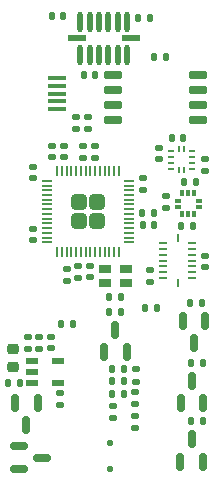
<source format=gbr>
%TF.GenerationSoftware,KiCad,Pcbnew,8.0.0*%
%TF.CreationDate,2024-10-09T20:58:18-07:00*%
%TF.ProjectId,LEO,4c454f2e-6b69-4636-9164-5f7063625858,rev?*%
%TF.SameCoordinates,Original*%
%TF.FileFunction,Paste,Bot*%
%TF.FilePolarity,Positive*%
%FSLAX46Y46*%
G04 Gerber Fmt 4.6, Leading zero omitted, Abs format (unit mm)*
G04 Created by KiCad (PCBNEW 8.0.0) date 2024-10-09 20:58:18*
%MOMM*%
%LPD*%
G01*
G04 APERTURE LIST*
G04 Aperture macros list*
%AMRoundRect*
0 Rectangle with rounded corners*
0 $1 Rounding radius*
0 $2 $3 $4 $5 $6 $7 $8 $9 X,Y pos of 4 corners*
0 Add a 4 corners polygon primitive as box body*
4,1,4,$2,$3,$4,$5,$6,$7,$8,$9,$2,$3,0*
0 Add four circle primitives for the rounded corners*
1,1,$1+$1,$2,$3*
1,1,$1+$1,$4,$5*
1,1,$1+$1,$6,$7*
1,1,$1+$1,$8,$9*
0 Add four rect primitives between the rounded corners*
20,1,$1+$1,$2,$3,$4,$5,0*
20,1,$1+$1,$4,$5,$6,$7,0*
20,1,$1+$1,$6,$7,$8,$9,0*
20,1,$1+$1,$8,$9,$2,$3,0*%
G04 Aperture macros list end*
%ADD10RoundRect,0.135000X0.185000X-0.135000X0.185000X0.135000X-0.185000X0.135000X-0.185000X-0.135000X0*%
%ADD11RoundRect,0.140000X-0.170000X0.140000X-0.170000X-0.140000X0.170000X-0.140000X0.170000X0.140000X0*%
%ADD12RoundRect,0.140000X0.170000X-0.140000X0.170000X0.140000X-0.170000X0.140000X-0.170000X-0.140000X0*%
%ADD13RoundRect,0.135000X-0.135000X-0.185000X0.135000X-0.185000X0.135000X0.185000X-0.135000X0.185000X0*%
%ADD14RoundRect,0.150000X0.150000X-0.587500X0.150000X0.587500X-0.150000X0.587500X-0.150000X-0.587500X0*%
%ADD15RoundRect,0.135000X0.135000X0.185000X-0.135000X0.185000X-0.135000X-0.185000X0.135000X-0.185000X0*%
%ADD16R,0.500000X0.300000*%
%ADD17R,0.300000X0.500000*%
%ADD18RoundRect,0.135000X-0.185000X0.135000X-0.185000X-0.135000X0.185000X-0.135000X0.185000X0.135000X0*%
%ADD19RoundRect,0.150000X0.650000X0.150000X-0.650000X0.150000X-0.650000X-0.150000X0.650000X-0.150000X0*%
%ADD20RoundRect,0.140000X-0.140000X-0.170000X0.140000X-0.170000X0.140000X0.170000X-0.140000X0.170000X0*%
%ADD21RoundRect,0.125000X-0.125000X0.125000X-0.125000X-0.125000X0.125000X-0.125000X0.125000X0.125000X0*%
%ADD22R,1.000000X0.800000*%
%ADD23RoundRect,0.249999X0.395001X0.395001X-0.395001X0.395001X-0.395001X-0.395001X0.395001X-0.395001X0*%
%ADD24RoundRect,0.050000X0.387500X0.050000X-0.387500X0.050000X-0.387500X-0.050000X0.387500X-0.050000X0*%
%ADD25RoundRect,0.050000X0.050000X0.387500X-0.050000X0.387500X-0.050000X-0.387500X0.050000X-0.387500X0*%
%ADD26RoundRect,0.150000X-0.150000X0.587500X-0.150000X-0.587500X0.150000X-0.587500X0.150000X0.587500X0*%
%ADD27RoundRect,0.225000X-0.250000X0.225000X-0.250000X-0.225000X0.250000X-0.225000X0.250000X0.225000X0*%
%ADD28R,0.800000X0.250000*%
%ADD29R,0.250000X0.800000*%
%ADD30RoundRect,0.140000X0.140000X0.170000X-0.140000X0.170000X-0.140000X-0.170000X0.140000X-0.170000X0*%
%ADD31R,1.600000X0.400000*%
%ADD32O,0.450000X1.770000*%
%ADD33R,1.550000X0.600000*%
%ADD34R,1.000000X0.600000*%
%ADD35R,0.500000X0.280000*%
%ADD36R,0.280000X0.500000*%
%ADD37RoundRect,0.150000X-0.587500X-0.150000X0.587500X-0.150000X0.587500X0.150000X-0.587500X0.150000X0*%
G04 APERTURE END LIST*
D10*
%TO.C,R18*%
X6458800Y29583000D03*
X6458800Y30603000D03*
%TD*%
D11*
%TO.C,C3*%
X4274400Y11929400D03*
X4274400Y10969400D03*
%TD*%
D12*
%TO.C,C18*%
X5417600Y27174400D03*
X5417600Y28134400D03*
%TD*%
D13*
%TO.C,R28*%
X12044800Y22422200D03*
X13064800Y22422200D03*
%TD*%
D14*
%TO.C,Q4*%
X10710800Y10664300D03*
X8810800Y10664300D03*
X9760800Y12539300D03*
%TD*%
D10*
%TO.C,R2*%
X2344000Y10914000D03*
X2344000Y11934000D03*
%TD*%
D15*
%TO.C,R13*%
X16620800Y25063800D03*
X15600800Y25063800D03*
%TD*%
%TO.C,R3*%
X6181400Y13075000D03*
X5161400Y13075000D03*
%TD*%
D12*
%TO.C,C24*%
X7043200Y27126200D03*
X7043200Y28086200D03*
%TD*%
%TO.C,C1*%
X17309593Y17879893D03*
X17309593Y18839893D03*
%TD*%
D14*
%TO.C,Q9*%
X17152200Y1391000D03*
X15252200Y1391000D03*
X16202200Y3266000D03*
%TD*%
D12*
%TO.C,C12*%
X17330000Y26031600D03*
X17330000Y26991600D03*
%TD*%
D16*
%TO.C,U3*%
X15063000Y22985000D03*
X15063000Y23485000D03*
D17*
X15433000Y24105000D03*
X15933000Y24105000D03*
X16433000Y24105000D03*
D16*
X16803000Y23485000D03*
X16803000Y22985000D03*
D17*
X16433000Y22365000D03*
X15933000Y22365000D03*
X15433000Y22365000D03*
%TD*%
D18*
%TO.C,R15*%
X7424000Y30552200D03*
X7424000Y29532200D03*
%TD*%
D19*
%TO.C,U9*%
X16713600Y34157000D03*
X16713600Y32887000D03*
X16713600Y31617000D03*
X16713600Y30347000D03*
X9513600Y30347000D03*
X9513600Y31617000D03*
X9513600Y32887000D03*
X9513600Y34157000D03*
%TD*%
D18*
%TO.C,R20*%
X11437200Y7260400D03*
X11437200Y6240400D03*
%TD*%
D10*
%TO.C,R16*%
X14028000Y22852000D03*
X14028000Y23872000D03*
%TD*%
D12*
%TO.C,C21*%
X4427000Y27151600D03*
X4427000Y28111600D03*
%TD*%
D10*
%TO.C,R1*%
X5620600Y16705200D03*
X5620600Y17725200D03*
%TD*%
D20*
%TO.C,C4*%
X15326000Y21355400D03*
X16286000Y21355400D03*
%TD*%
D21*
%TO.C,D1*%
X9329000Y2987200D03*
X9329000Y787200D03*
%TD*%
D18*
%TO.C,R24*%
X11462600Y9190800D03*
X11462600Y8170800D03*
%TD*%
D14*
%TO.C,Q5*%
X17172600Y6318600D03*
X15272600Y6318600D03*
X16222600Y8193600D03*
%TD*%
D13*
%TO.C,R17*%
X9479400Y9188800D03*
X10499400Y9188800D03*
%TD*%
D15*
%TO.C,R21*%
X10499400Y7106000D03*
X9479400Y7106000D03*
%TD*%
D11*
%TO.C,C23*%
X7573800Y17951800D03*
X7573800Y16991800D03*
%TD*%
D22*
%TO.C,X2*%
X10693400Y16529400D03*
X8893400Y16529400D03*
X8893400Y17729400D03*
X10693400Y17729400D03*
%TD*%
D11*
%TO.C,C17*%
X6611200Y17926400D03*
X6611200Y16966400D03*
%TD*%
%TO.C,C2*%
X12687500Y17596000D03*
X12687500Y16636000D03*
%TD*%
D12*
%TO.C,C16*%
X8008400Y27123600D03*
X8008400Y28083600D03*
%TD*%
D23*
%TO.C,U8*%
X8236800Y21761800D03*
X8236800Y23361800D03*
X6636800Y21761800D03*
X6636800Y23361800D03*
D24*
X10874300Y25161800D03*
X10874300Y24761800D03*
X10874300Y24361800D03*
X10874300Y23961800D03*
X10874300Y23561800D03*
X10874300Y23161800D03*
X10874300Y22761800D03*
X10874300Y22361800D03*
X10874300Y21961800D03*
X10874300Y21561800D03*
X10874300Y21161800D03*
X10874300Y20761800D03*
X10874300Y20361800D03*
X10874300Y19961800D03*
D25*
X10036800Y19124300D03*
X9636800Y19124300D03*
X9236800Y19124300D03*
X8836800Y19124300D03*
X8436800Y19124300D03*
X8036800Y19124300D03*
X7636800Y19124300D03*
X7236800Y19124300D03*
X6836800Y19124300D03*
X6436800Y19124300D03*
X6036800Y19124300D03*
X5636800Y19124300D03*
X5236800Y19124300D03*
X4836800Y19124300D03*
D24*
X3999300Y19961800D03*
X3999300Y20361800D03*
X3999300Y20761800D03*
X3999300Y21161800D03*
X3999300Y21561800D03*
X3999300Y21961800D03*
X3999300Y22361800D03*
X3999300Y22761800D03*
X3999300Y23161800D03*
X3999300Y23561800D03*
X3999300Y23961800D03*
X3999300Y24361800D03*
X3999300Y24761800D03*
X3999300Y25161800D03*
D25*
X4836800Y25999300D03*
X5236800Y25999300D03*
X5636800Y25999300D03*
X6036800Y25999300D03*
X6436800Y25999300D03*
X6836800Y25999300D03*
X7236800Y25999300D03*
X7636800Y25999300D03*
X8036800Y25999300D03*
X8436800Y25999300D03*
X8836800Y25999300D03*
X9236800Y25999300D03*
X9636800Y25999300D03*
X10036800Y25999300D03*
%TD*%
D15*
%TO.C,R10*%
X17052600Y14802200D03*
X16032600Y14802200D03*
%TD*%
D26*
%TO.C,Q2*%
X15440200Y13299000D03*
X17340200Y13299000D03*
X16390200Y11424000D03*
%TD*%
D15*
%TO.C,R26*%
X13293400Y14421200D03*
X12273400Y14421200D03*
%TD*%
%TO.C,R27*%
X10245400Y14040200D03*
X9225400Y14040200D03*
%TD*%
D27*
%TO.C,C7*%
X1074000Y10916600D03*
X1074000Y9366600D03*
%TD*%
D15*
%TO.C,R25*%
X10499400Y8172800D03*
X9479400Y8172800D03*
%TD*%
D28*
%TO.C,U2*%
X16224300Y16914000D03*
X16224300Y17414000D03*
X16224300Y17914000D03*
X16224300Y18414000D03*
X16224300Y18914000D03*
X16224300Y19414000D03*
X16224300Y19914000D03*
D29*
X15024300Y20324000D03*
D28*
X13824300Y19914000D03*
X13824300Y19414000D03*
X13824300Y18914000D03*
X13824300Y18414000D03*
X13824300Y17914000D03*
X13824300Y17414000D03*
X13824300Y16914000D03*
D29*
X15024300Y16504000D03*
%TD*%
D13*
%TO.C,R12*%
X16134200Y4794600D03*
X17154200Y4794600D03*
%TD*%
D30*
%TO.C,C9*%
X15498600Y28797600D03*
X14538600Y28797600D03*
%TD*%
%TO.C,C13*%
X10190000Y15284800D03*
X9230000Y15284800D03*
%TD*%
D11*
%TO.C,C25*%
X12049600Y25366000D03*
X12049600Y24406000D03*
%TD*%
%TO.C,C19*%
X2801200Y21073400D03*
X2801200Y20113400D03*
%TD*%
D30*
%TO.C,C50*%
X5338600Y39084600D03*
X4378600Y39084600D03*
%TD*%
D11*
%TO.C,C8*%
X13418400Y27956800D03*
X13418400Y26996800D03*
%TD*%
D31*
%TO.C,J7*%
X4772900Y31231200D03*
X4772900Y31881200D03*
X4772900Y32531200D03*
X4772900Y33181200D03*
X4782900Y33831200D03*
%TD*%
D20*
%TO.C,C26*%
X12074800Y21406200D03*
X13034800Y21406200D03*
%TD*%
D32*
%TO.C,U5*%
X6770200Y38640400D03*
X7570200Y38640400D03*
X8370200Y38640400D03*
X9170200Y38640400D03*
X9970200Y38640400D03*
X10770200Y38640400D03*
D33*
X11070200Y37230400D03*
D32*
X10770200Y35820400D03*
X9970200Y35820400D03*
X9170200Y35820400D03*
X8370200Y35820400D03*
X7570200Y35820400D03*
X6770200Y35820400D03*
D33*
X6470200Y37230400D03*
%TD*%
D10*
%TO.C,R23*%
X9557600Y5046600D03*
X9557600Y6066600D03*
%TD*%
D20*
%TO.C,C32*%
X11693800Y38955000D03*
X12653800Y38955000D03*
%TD*%
D26*
%TO.C,Q3*%
X1267000Y6341700D03*
X3167000Y6341700D03*
X2217000Y4466700D03*
%TD*%
D18*
%TO.C,R22*%
X11411800Y5253800D03*
X11411800Y4233800D03*
%TD*%
D12*
%TO.C,C22*%
X2801200Y25396600D03*
X2801200Y26356600D03*
%TD*%
D34*
%TO.C,U6*%
X2666400Y8035600D03*
X2666400Y8985600D03*
X2666400Y9935600D03*
X4866400Y9935600D03*
X4866400Y8035600D03*
%TD*%
D35*
%TO.C,U4*%
X14468800Y26193400D03*
X14468800Y26693400D03*
X14468800Y27193400D03*
X14468800Y27693400D03*
D36*
X15098800Y27823400D03*
X15598800Y27823400D03*
D35*
X16228800Y27693400D03*
X16228800Y27193400D03*
X16228800Y26693400D03*
X16228800Y26193400D03*
D36*
X15598800Y26063400D03*
X15098800Y26063400D03*
%TD*%
D30*
%TO.C,C6*%
X1655600Y8045800D03*
X695600Y8045800D03*
%TD*%
%TO.C,C27*%
X8031000Y34131600D03*
X7071000Y34131600D03*
%TD*%
D13*
%TO.C,R11*%
X16159600Y9696800D03*
X17179600Y9696800D03*
%TD*%
D37*
%TO.C,Q1*%
X1635100Y771200D03*
X1635100Y2671200D03*
X3510100Y1721200D03*
%TD*%
D15*
%TO.C,R14*%
X14004600Y35655600D03*
X12984600Y35655600D03*
%TD*%
D11*
%TO.C,C5*%
X5061800Y7179600D03*
X5061800Y6219600D03*
%TD*%
D18*
%TO.C,R4*%
X3309200Y11934000D03*
X3309200Y10914000D03*
%TD*%
M02*

</source>
